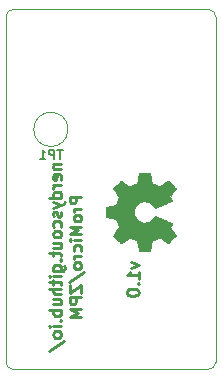
<source format=gbr>
%TF.GenerationSoftware,KiCad,Pcbnew,5.1.6+dfsg1-1~bpo10+1*%
%TF.CreationDate,Date%
%TF.ProjectId,ProMicro_ZPM,50726f4d-6963-4726-9f5f-5a504d2e6b69,v1.0*%
%TF.SameCoordinates,Original*%
%TF.FileFunction,Legend,Bot*%
%TF.FilePolarity,Positive*%
%FSLAX45Y45*%
G04 Gerber Fmt 4.5, Leading zero omitted, Abs format (unit mm)*
G04 Created by KiCad*
%MOMM*%
%LPD*%
G01*
G04 APERTURE LIST*
%ADD10C,0.250000*%
%ADD11C,0.220000*%
%TA.AperFunction,Profile*%
%ADD12C,0.100000*%
%TD*%
%ADD13C,0.010000*%
%ADD14C,0.120000*%
%ADD15C,0.200000*%
%ADD16C,2.500000*%
%ADD17C,2.100000*%
%ADD18R,2.100000X2.100000*%
%ADD19O,1.600000X1.600000*%
%ADD20R,1.600000X1.600000*%
G04 APERTURE END LIST*
D10*
X931071Y777857D02*
X997738Y754048D01*
X931071Y730238D01*
X997738Y639762D02*
X997738Y696905D01*
X997738Y668333D02*
X897738Y668333D01*
X912024Y677857D01*
X921548Y687381D01*
X926309Y696905D01*
X988214Y596905D02*
X992976Y592143D01*
X997738Y596905D01*
X992976Y601667D01*
X988214Y596905D01*
X997738Y596905D01*
X897738Y530238D02*
X897738Y520714D01*
X902500Y511190D01*
X907262Y506429D01*
X916786Y501667D01*
X935833Y496905D01*
X959643Y496905D01*
X978690Y501667D01*
X988214Y506429D01*
X992976Y511190D01*
X997738Y520714D01*
X997738Y530238D01*
X992976Y539762D01*
X988214Y544524D01*
X978690Y549286D01*
X959643Y554048D01*
X935833Y554048D01*
X916786Y549286D01*
X907262Y544524D01*
X902500Y539762D01*
X897738Y530238D01*
D11*
X273571Y1608833D02*
X340238Y1608833D01*
X283095Y1608833D02*
X278333Y1604071D01*
X273571Y1594548D01*
X273571Y1580262D01*
X278333Y1570738D01*
X287857Y1565976D01*
X340238Y1565976D01*
X335476Y1480262D02*
X340238Y1489786D01*
X340238Y1508833D01*
X335476Y1518357D01*
X325952Y1523119D01*
X287857Y1523119D01*
X278333Y1518357D01*
X273571Y1508833D01*
X273571Y1489786D01*
X278333Y1480262D01*
X287857Y1475500D01*
X297381Y1475500D01*
X306905Y1523119D01*
X340238Y1432643D02*
X273571Y1432643D01*
X292619Y1432643D02*
X283095Y1427881D01*
X278333Y1423119D01*
X273571Y1413595D01*
X273571Y1404071D01*
X340238Y1327881D02*
X240238Y1327881D01*
X335476Y1327881D02*
X340238Y1337405D01*
X340238Y1356452D01*
X335476Y1365976D01*
X330714Y1370738D01*
X321190Y1375500D01*
X292619Y1375500D01*
X283095Y1370738D01*
X278333Y1365976D01*
X273571Y1356452D01*
X273571Y1337405D01*
X278333Y1327881D01*
X273571Y1289786D02*
X340238Y1265976D01*
X273571Y1242167D02*
X340238Y1265976D01*
X364048Y1275500D01*
X368809Y1280262D01*
X373571Y1289786D01*
X335476Y1208833D02*
X340238Y1199310D01*
X340238Y1180262D01*
X335476Y1170738D01*
X325952Y1165976D01*
X321190Y1165976D01*
X311667Y1170738D01*
X306905Y1180262D01*
X306905Y1194548D01*
X302143Y1204072D01*
X292619Y1208833D01*
X287857Y1208833D01*
X278333Y1204072D01*
X273571Y1194548D01*
X273571Y1180262D01*
X278333Y1170738D01*
X335476Y1080262D02*
X340238Y1089786D01*
X340238Y1108833D01*
X335476Y1118357D01*
X330714Y1123119D01*
X321190Y1127881D01*
X292619Y1127881D01*
X283095Y1123119D01*
X278333Y1118357D01*
X273571Y1108833D01*
X273571Y1089786D01*
X278333Y1080262D01*
X340238Y1023119D02*
X335476Y1032643D01*
X330714Y1037405D01*
X321190Y1042167D01*
X292619Y1042167D01*
X283095Y1037405D01*
X278333Y1032643D01*
X273571Y1023119D01*
X273571Y1008833D01*
X278333Y999310D01*
X283095Y994548D01*
X292619Y989786D01*
X321190Y989786D01*
X330714Y994548D01*
X335476Y999310D01*
X340238Y1008833D01*
X340238Y1023119D01*
X273571Y904071D02*
X340238Y904071D01*
X273571Y946929D02*
X325952Y946929D01*
X335476Y942167D01*
X340238Y932643D01*
X340238Y918357D01*
X335476Y908833D01*
X330714Y904071D01*
X273571Y870738D02*
X273571Y832643D01*
X240238Y856452D02*
X325952Y856452D01*
X335476Y851690D01*
X340238Y842167D01*
X340238Y832643D01*
X330714Y799310D02*
X335476Y794548D01*
X340238Y799310D01*
X335476Y804071D01*
X330714Y799310D01*
X340238Y799310D01*
X273571Y708833D02*
X354524Y708833D01*
X364048Y713595D01*
X368809Y718357D01*
X373571Y727881D01*
X373571Y742167D01*
X368809Y751690D01*
X335476Y708833D02*
X340238Y718357D01*
X340238Y737405D01*
X335476Y746929D01*
X330714Y751690D01*
X321190Y756452D01*
X292619Y756452D01*
X283095Y751690D01*
X278333Y746929D01*
X273571Y737405D01*
X273571Y718357D01*
X278333Y708833D01*
X340238Y661214D02*
X273571Y661214D01*
X240238Y661214D02*
X245000Y665976D01*
X249762Y661214D01*
X245000Y656452D01*
X240238Y661214D01*
X249762Y661214D01*
X273571Y627881D02*
X273571Y589786D01*
X240238Y613595D02*
X325952Y613595D01*
X335476Y608833D01*
X340238Y599310D01*
X340238Y589786D01*
X340238Y556452D02*
X240238Y556452D01*
X340238Y513595D02*
X287857Y513595D01*
X278333Y518357D01*
X273571Y527881D01*
X273571Y542167D01*
X278333Y551691D01*
X283095Y556452D01*
X273571Y423119D02*
X340238Y423119D01*
X273571Y465976D02*
X325952Y465976D01*
X335476Y461214D01*
X340238Y451690D01*
X340238Y437405D01*
X335476Y427881D01*
X330714Y423119D01*
X340238Y375500D02*
X240238Y375500D01*
X278333Y375500D02*
X273571Y365976D01*
X273571Y346929D01*
X278333Y337405D01*
X283095Y332643D01*
X292619Y327881D01*
X321190Y327881D01*
X330714Y332643D01*
X335476Y337405D01*
X340238Y346929D01*
X340238Y365976D01*
X335476Y375500D01*
X330714Y285024D02*
X335476Y280262D01*
X340238Y285024D01*
X335476Y289786D01*
X330714Y285024D01*
X340238Y285024D01*
X340238Y237405D02*
X273571Y237405D01*
X240238Y237405D02*
X245000Y242167D01*
X249762Y237405D01*
X245000Y232643D01*
X240238Y237405D01*
X249762Y237405D01*
X340238Y175500D02*
X335476Y185024D01*
X330714Y189786D01*
X321190Y194548D01*
X292619Y194548D01*
X283095Y189786D01*
X278333Y185024D01*
X273571Y175500D01*
X273571Y161214D01*
X278333Y151691D01*
X283095Y146929D01*
X292619Y142167D01*
X321190Y142167D01*
X330714Y146929D01*
X335476Y151691D01*
X340238Y161214D01*
X340238Y175500D01*
X235476Y27881D02*
X364048Y113595D01*
X512238Y1335024D02*
X412238Y1335024D01*
X412238Y1296929D01*
X417000Y1287405D01*
X421762Y1282643D01*
X431286Y1277881D01*
X445571Y1277881D01*
X455095Y1282643D01*
X459857Y1287405D01*
X464619Y1296929D01*
X464619Y1335024D01*
X512238Y1235024D02*
X445571Y1235024D01*
X464619Y1235024D02*
X455095Y1230262D01*
X450333Y1225500D01*
X445571Y1215976D01*
X445571Y1206452D01*
X512238Y1158833D02*
X507476Y1168357D01*
X502714Y1173119D01*
X493190Y1177881D01*
X464619Y1177881D01*
X455095Y1173119D01*
X450333Y1168357D01*
X445571Y1158833D01*
X445571Y1144548D01*
X450333Y1135024D01*
X455095Y1130262D01*
X464619Y1125500D01*
X493190Y1125500D01*
X502714Y1130262D01*
X507476Y1135024D01*
X512238Y1144548D01*
X512238Y1158833D01*
X512238Y1082643D02*
X412238Y1082643D01*
X483667Y1049310D01*
X412238Y1015976D01*
X512238Y1015976D01*
X512238Y968357D02*
X445571Y968357D01*
X412238Y968357D02*
X417000Y973119D01*
X421762Y968357D01*
X417000Y963595D01*
X412238Y968357D01*
X421762Y968357D01*
X507476Y877881D02*
X512238Y887405D01*
X512238Y906452D01*
X507476Y915976D01*
X502714Y920738D01*
X493190Y925500D01*
X464619Y925500D01*
X455095Y920738D01*
X450333Y915976D01*
X445571Y906452D01*
X445571Y887405D01*
X450333Y877881D01*
X512238Y835024D02*
X445571Y835024D01*
X464619Y835024D02*
X455095Y830262D01*
X450333Y825500D01*
X445571Y815976D01*
X445571Y806452D01*
X512238Y758833D02*
X507476Y768357D01*
X502714Y773119D01*
X493190Y777881D01*
X464619Y777881D01*
X455095Y773119D01*
X450333Y768357D01*
X445571Y758833D01*
X445571Y744548D01*
X450333Y735024D01*
X455095Y730262D01*
X464619Y725500D01*
X493190Y725500D01*
X502714Y730262D01*
X507476Y735024D01*
X512238Y744548D01*
X512238Y758833D01*
X407476Y611214D02*
X536048Y696929D01*
X412238Y587405D02*
X412238Y520738D01*
X512238Y587405D01*
X512238Y520738D01*
X512238Y482643D02*
X412238Y482643D01*
X412238Y444548D01*
X417000Y435024D01*
X421762Y430262D01*
X431286Y425500D01*
X445571Y425500D01*
X455095Y430262D01*
X459857Y435024D01*
X464619Y444548D01*
X464619Y482643D01*
X512238Y382643D02*
X412238Y382643D01*
X483667Y349310D01*
X412238Y315976D01*
X512238Y315976D01*
D12*
X-63500Y-127000D02*
G75*
G02*
X-127000Y-63500I0J63500D01*
G01*
X1651000Y-63500D02*
G75*
G02*
X1587500Y-127000I-63500J0D01*
G01*
X1587500Y2921000D02*
G75*
G02*
X1651000Y2857500I0J-63500D01*
G01*
X-127000Y2857500D02*
G75*
G02*
X-63500Y2921000I63500J0D01*
G01*
X-127000Y-63500D02*
X-127000Y2857500D01*
X1587500Y-127000D02*
X-63500Y-127000D01*
X1651000Y2857500D02*
X1651000Y-63500D01*
X-63500Y2921000D02*
X1587500Y2921000D01*
D13*
G36*
X762893Y1150919D02*
G01*
X807355Y1142537D01*
X820105Y1111608D01*
X832855Y1080679D01*
X807625Y1043575D01*
X800600Y1033184D01*
X794327Y1023791D01*
X789094Y1015835D01*
X785186Y1009753D01*
X782889Y1005984D01*
X782394Y1004958D01*
X783668Y1003109D01*
X787188Y999158D01*
X792506Y993548D01*
X799172Y986721D01*
X806735Y979121D01*
X814747Y971191D01*
X822757Y963372D01*
X830316Y956109D01*
X836974Y949844D01*
X842282Y945020D01*
X845789Y942079D01*
X846962Y941376D01*
X849126Y942388D01*
X853866Y945224D01*
X860719Y949587D01*
X869221Y955178D01*
X878909Y961699D01*
X884435Y965478D01*
X894525Y972366D01*
X903630Y978486D01*
X911297Y983542D01*
X917073Y987237D01*
X920504Y989274D01*
X921225Y989580D01*
X923275Y988886D01*
X928051Y986995D01*
X934883Y984191D01*
X943099Y980761D01*
X952027Y976989D01*
X960996Y973161D01*
X969334Y969563D01*
X976369Y966479D01*
X981431Y964196D01*
X983847Y962998D01*
X983942Y962928D01*
X984404Y961047D01*
X985433Y956038D01*
X986929Y948421D01*
X988790Y938713D01*
X990916Y927436D01*
X992142Y920856D01*
X994436Y908805D01*
X996619Y897920D01*
X998572Y888752D01*
X1000175Y881852D01*
X1001308Y877770D01*
X1001667Y876949D01*
X1004101Y876145D01*
X1009596Y875497D01*
X1017511Y875003D01*
X1027203Y874664D01*
X1038029Y874478D01*
X1049347Y874446D01*
X1060514Y874567D01*
X1070887Y874841D01*
X1079824Y875267D01*
X1086683Y875844D01*
X1090820Y876573D01*
X1091681Y877010D01*
X1092713Y879624D01*
X1094189Y885161D01*
X1095935Y892889D01*
X1097778Y902077D01*
X1098374Y905284D01*
X1101207Y920748D01*
X1103488Y932962D01*
X1105308Y942333D01*
X1106758Y949262D01*
X1107929Y954153D01*
X1108912Y957410D01*
X1109796Y959437D01*
X1110672Y960637D01*
X1110846Y960805D01*
X1113637Y962482D01*
X1119070Y965039D01*
X1126478Y968221D01*
X1135197Y971774D01*
X1144561Y975442D01*
X1153905Y978969D01*
X1162565Y982100D01*
X1169874Y984581D01*
X1175168Y986155D01*
X1177781Y986567D01*
X1177873Y986532D01*
X1180009Y985136D01*
X1184708Y981968D01*
X1191483Y977361D01*
X1199842Y971648D01*
X1209298Y965163D01*
X1211985Y963316D01*
X1221728Y956730D01*
X1230616Y950935D01*
X1238141Y946246D01*
X1243792Y942979D01*
X1247058Y941450D01*
X1247459Y941376D01*
X1249568Y942661D01*
X1253746Y946211D01*
X1259545Y951571D01*
X1266514Y958283D01*
X1274205Y965891D01*
X1282168Y973940D01*
X1289956Y981971D01*
X1297119Y989530D01*
X1303207Y996159D01*
X1307772Y1001403D01*
X1310365Y1004804D01*
X1310788Y1005745D01*
X1309791Y1007936D01*
X1307102Y1012420D01*
X1303174Y1018468D01*
X1300012Y1023121D01*
X1294210Y1031552D01*
X1287378Y1041537D01*
X1280558Y1051553D01*
X1276908Y1056937D01*
X1264580Y1075163D01*
X1272852Y1090462D01*
X1276476Y1097432D01*
X1279293Y1103359D01*
X1280899Y1107369D01*
X1281123Y1108390D01*
X1279472Y1109617D01*
X1274808Y1112039D01*
X1267561Y1115474D01*
X1258161Y1119741D01*
X1247037Y1124661D01*
X1234622Y1130051D01*
X1221343Y1135732D01*
X1207633Y1141522D01*
X1193920Y1147241D01*
X1180636Y1152708D01*
X1168210Y1157742D01*
X1157073Y1162162D01*
X1147654Y1165788D01*
X1140384Y1168439D01*
X1135694Y1169934D01*
X1134083Y1170175D01*
X1132029Y1168269D01*
X1128693Y1164096D01*
X1124770Y1158529D01*
X1124460Y1158062D01*
X1112942Y1143674D01*
X1099505Y1132072D01*
X1084578Y1123357D01*
X1068591Y1117630D01*
X1051974Y1114991D01*
X1035155Y1115542D01*
X1018565Y1119381D01*
X1002634Y1126611D01*
X999149Y1128737D01*
X985074Y1139800D01*
X973771Y1152870D01*
X965300Y1167494D01*
X959719Y1183219D01*
X957087Y1199594D01*
X957463Y1216167D01*
X960905Y1232484D01*
X967472Y1248094D01*
X977223Y1262543D01*
X981181Y1267013D01*
X993570Y1278389D01*
X1006612Y1286678D01*
X1021231Y1292364D01*
X1035709Y1295531D01*
X1051986Y1296313D01*
X1068344Y1293706D01*
X1084230Y1287976D01*
X1099091Y1279386D01*
X1112374Y1268201D01*
X1123526Y1254688D01*
X1124701Y1252912D01*
X1128551Y1247285D01*
X1131886Y1243008D01*
X1134016Y1240963D01*
X1134083Y1240933D01*
X1136387Y1241372D01*
X1141616Y1243112D01*
X1149339Y1245973D01*
X1159127Y1249774D01*
X1170549Y1254333D01*
X1183176Y1259470D01*
X1196577Y1265004D01*
X1210322Y1270754D01*
X1223981Y1276540D01*
X1237124Y1282180D01*
X1249321Y1287494D01*
X1260141Y1292301D01*
X1269155Y1296420D01*
X1275932Y1299670D01*
X1280043Y1301870D01*
X1281123Y1302756D01*
X1280282Y1305464D01*
X1278027Y1310530D01*
X1274761Y1317082D01*
X1272852Y1320684D01*
X1264580Y1335983D01*
X1276908Y1354209D01*
X1283223Y1363513D01*
X1290173Y1373699D01*
X1296717Y1383244D01*
X1300012Y1388025D01*
X1304527Y1394750D01*
X1308106Y1400444D01*
X1310294Y1404365D01*
X1310756Y1405638D01*
X1309509Y1407492D01*
X1306025Y1411594D01*
X1300668Y1417547D01*
X1293798Y1424954D01*
X1285778Y1433416D01*
X1280629Y1438768D01*
X1271429Y1448132D01*
X1263200Y1456224D01*
X1256295Y1462718D01*
X1251064Y1467286D01*
X1247862Y1469601D01*
X1247212Y1469823D01*
X1244739Y1468792D01*
X1239741Y1465944D01*
X1232721Y1461594D01*
X1224188Y1456058D01*
X1214646Y1449652D01*
X1211985Y1447830D01*
X1202317Y1441193D01*
X1193612Y1435238D01*
X1186360Y1430298D01*
X1181049Y1426707D01*
X1178170Y1424798D01*
X1177873Y1424614D01*
X1175578Y1424889D01*
X1170534Y1426354D01*
X1163404Y1428751D01*
X1154855Y1431827D01*
X1145551Y1435324D01*
X1136157Y1438989D01*
X1127340Y1442566D01*
X1119763Y1445799D01*
X1114093Y1448434D01*
X1110994Y1450214D01*
X1110846Y1450341D01*
X1109960Y1451429D01*
X1109084Y1453268D01*
X1108128Y1456261D01*
X1107000Y1460810D01*
X1105609Y1467321D01*
X1103866Y1476196D01*
X1101680Y1487839D01*
X1098959Y1502654D01*
X1098374Y1505862D01*
X1096537Y1515369D01*
X1094741Y1523656D01*
X1093157Y1529993D01*
X1091960Y1533646D01*
X1091681Y1534136D01*
X1089207Y1534943D01*
X1083679Y1535599D01*
X1075739Y1536103D01*
X1066030Y1536456D01*
X1055194Y1536656D01*
X1043874Y1536704D01*
X1032713Y1536598D01*
X1022353Y1536338D01*
X1013437Y1535925D01*
X1006607Y1535356D01*
X1002507Y1534633D01*
X1001667Y1534197D01*
X1000821Y1531770D01*
X999443Y1526243D01*
X997655Y1518166D01*
X995575Y1508091D01*
X993322Y1496568D01*
X992142Y1490290D01*
X989915Y1478379D01*
X987898Y1467756D01*
X986191Y1458943D01*
X984897Y1452457D01*
X984115Y1448817D01*
X983942Y1448218D01*
X981989Y1447206D01*
X977284Y1445066D01*
X970500Y1442084D01*
X962309Y1438544D01*
X953383Y1434733D01*
X944393Y1430935D01*
X936013Y1427436D01*
X928915Y1424521D01*
X923769Y1422474D01*
X921250Y1421582D01*
X921140Y1421566D01*
X919152Y1422577D01*
X914578Y1425412D01*
X907872Y1429772D01*
X899488Y1435361D01*
X889883Y1441879D01*
X884365Y1445668D01*
X874248Y1452572D01*
X865063Y1458705D01*
X857274Y1463766D01*
X851347Y1467457D01*
X847745Y1469478D01*
X846938Y1469770D01*
X845058Y1468515D01*
X841046Y1465046D01*
X835349Y1459806D01*
X828418Y1453238D01*
X820703Y1445786D01*
X812652Y1437891D01*
X804716Y1429998D01*
X797344Y1422550D01*
X790985Y1415989D01*
X786089Y1410760D01*
X783106Y1407304D01*
X782394Y1406148D01*
X783395Y1404265D01*
X786208Y1399763D01*
X790545Y1393079D01*
X796122Y1384650D01*
X802651Y1374914D01*
X807625Y1367571D01*
X832855Y1330467D01*
X807355Y1268610D01*
X762893Y1260228D01*
X718431Y1251845D01*
X718431Y1159301D01*
X762893Y1150919D01*
G37*
X762893Y1150919D02*
X807355Y1142537D01*
X820105Y1111608D01*
X832855Y1080679D01*
X807625Y1043575D01*
X800600Y1033184D01*
X794327Y1023791D01*
X789094Y1015835D01*
X785186Y1009753D01*
X782889Y1005984D01*
X782394Y1004958D01*
X783668Y1003109D01*
X787188Y999158D01*
X792506Y993548D01*
X799172Y986721D01*
X806735Y979121D01*
X814747Y971191D01*
X822757Y963372D01*
X830316Y956109D01*
X836974Y949844D01*
X842282Y945020D01*
X845789Y942079D01*
X846962Y941376D01*
X849126Y942388D01*
X853866Y945224D01*
X860719Y949587D01*
X869221Y955178D01*
X878909Y961699D01*
X884435Y965478D01*
X894525Y972366D01*
X903630Y978486D01*
X911297Y983542D01*
X917073Y987237D01*
X920504Y989274D01*
X921225Y989580D01*
X923275Y988886D01*
X928051Y986995D01*
X934883Y984191D01*
X943099Y980761D01*
X952027Y976989D01*
X960996Y973161D01*
X969334Y969563D01*
X976369Y966479D01*
X981431Y964196D01*
X983847Y962998D01*
X983942Y962928D01*
X984404Y961047D01*
X985433Y956038D01*
X986929Y948421D01*
X988790Y938713D01*
X990916Y927436D01*
X992142Y920856D01*
X994436Y908805D01*
X996619Y897920D01*
X998572Y888752D01*
X1000175Y881852D01*
X1001308Y877770D01*
X1001667Y876949D01*
X1004101Y876145D01*
X1009596Y875497D01*
X1017511Y875003D01*
X1027203Y874664D01*
X1038029Y874478D01*
X1049347Y874446D01*
X1060514Y874567D01*
X1070887Y874841D01*
X1079824Y875267D01*
X1086683Y875844D01*
X1090820Y876573D01*
X1091681Y877010D01*
X1092713Y879624D01*
X1094189Y885161D01*
X1095935Y892889D01*
X1097778Y902077D01*
X1098374Y905284D01*
X1101207Y920748D01*
X1103488Y932962D01*
X1105308Y942333D01*
X1106758Y949262D01*
X1107929Y954153D01*
X1108912Y957410D01*
X1109796Y959437D01*
X1110672Y960637D01*
X1110846Y960805D01*
X1113637Y962482D01*
X1119070Y965039D01*
X1126478Y968221D01*
X1135197Y971774D01*
X1144561Y975442D01*
X1153905Y978969D01*
X1162565Y982100D01*
X1169874Y984581D01*
X1175168Y986155D01*
X1177781Y986567D01*
X1177873Y986532D01*
X1180009Y985136D01*
X1184708Y981968D01*
X1191483Y977361D01*
X1199842Y971648D01*
X1209298Y965163D01*
X1211985Y963316D01*
X1221728Y956730D01*
X1230616Y950935D01*
X1238141Y946246D01*
X1243792Y942979D01*
X1247058Y941450D01*
X1247459Y941376D01*
X1249568Y942661D01*
X1253746Y946211D01*
X1259545Y951571D01*
X1266514Y958283D01*
X1274205Y965891D01*
X1282168Y973940D01*
X1289956Y981971D01*
X1297119Y989530D01*
X1303207Y996159D01*
X1307772Y1001403D01*
X1310365Y1004804D01*
X1310788Y1005745D01*
X1309791Y1007936D01*
X1307102Y1012420D01*
X1303174Y1018468D01*
X1300012Y1023121D01*
X1294210Y1031552D01*
X1287378Y1041537D01*
X1280558Y1051553D01*
X1276908Y1056937D01*
X1264580Y1075163D01*
X1272852Y1090462D01*
X1276476Y1097432D01*
X1279293Y1103359D01*
X1280899Y1107369D01*
X1281123Y1108390D01*
X1279472Y1109617D01*
X1274808Y1112039D01*
X1267561Y1115474D01*
X1258161Y1119741D01*
X1247037Y1124661D01*
X1234622Y1130051D01*
X1221343Y1135732D01*
X1207633Y1141522D01*
X1193920Y1147241D01*
X1180636Y1152708D01*
X1168210Y1157742D01*
X1157073Y1162162D01*
X1147654Y1165788D01*
X1140384Y1168439D01*
X1135694Y1169934D01*
X1134083Y1170175D01*
X1132029Y1168269D01*
X1128693Y1164096D01*
X1124770Y1158529D01*
X1124460Y1158062D01*
X1112942Y1143674D01*
X1099505Y1132072D01*
X1084578Y1123357D01*
X1068591Y1117630D01*
X1051974Y1114991D01*
X1035155Y1115542D01*
X1018565Y1119381D01*
X1002634Y1126611D01*
X999149Y1128737D01*
X985074Y1139800D01*
X973771Y1152870D01*
X965300Y1167494D01*
X959719Y1183219D01*
X957087Y1199594D01*
X957463Y1216167D01*
X960905Y1232484D01*
X967472Y1248094D01*
X977223Y1262543D01*
X981181Y1267013D01*
X993570Y1278389D01*
X1006612Y1286678D01*
X1021231Y1292364D01*
X1035709Y1295531D01*
X1051986Y1296313D01*
X1068344Y1293706D01*
X1084230Y1287976D01*
X1099091Y1279386D01*
X1112374Y1268201D01*
X1123526Y1254688D01*
X1124701Y1252912D01*
X1128551Y1247285D01*
X1131886Y1243008D01*
X1134016Y1240963D01*
X1134083Y1240933D01*
X1136387Y1241372D01*
X1141616Y1243112D01*
X1149339Y1245973D01*
X1159127Y1249774D01*
X1170549Y1254333D01*
X1183176Y1259470D01*
X1196577Y1265004D01*
X1210322Y1270754D01*
X1223981Y1276540D01*
X1237124Y1282180D01*
X1249321Y1287494D01*
X1260141Y1292301D01*
X1269155Y1296420D01*
X1275932Y1299670D01*
X1280043Y1301870D01*
X1281123Y1302756D01*
X1280282Y1305464D01*
X1278027Y1310530D01*
X1274761Y1317082D01*
X1272852Y1320684D01*
X1264580Y1335983D01*
X1276908Y1354209D01*
X1283223Y1363513D01*
X1290173Y1373699D01*
X1296717Y1383244D01*
X1300012Y1388025D01*
X1304527Y1394750D01*
X1308106Y1400444D01*
X1310294Y1404365D01*
X1310756Y1405638D01*
X1309509Y1407492D01*
X1306025Y1411594D01*
X1300668Y1417547D01*
X1293798Y1424954D01*
X1285778Y1433416D01*
X1280629Y1438768D01*
X1271429Y1448132D01*
X1263200Y1456224D01*
X1256295Y1462718D01*
X1251064Y1467286D01*
X1247862Y1469601D01*
X1247212Y1469823D01*
X1244739Y1468792D01*
X1239741Y1465944D01*
X1232721Y1461594D01*
X1224188Y1456058D01*
X1214646Y1449652D01*
X1211985Y1447830D01*
X1202317Y1441193D01*
X1193612Y1435238D01*
X1186360Y1430298D01*
X1181049Y1426707D01*
X1178170Y1424798D01*
X1177873Y1424614D01*
X1175578Y1424889D01*
X1170534Y1426354D01*
X1163404Y1428751D01*
X1154855Y1431827D01*
X1145551Y1435324D01*
X1136157Y1438989D01*
X1127340Y1442566D01*
X1119763Y1445799D01*
X1114093Y1448434D01*
X1110994Y1450214D01*
X1110846Y1450341D01*
X1109960Y1451429D01*
X1109084Y1453268D01*
X1108128Y1456261D01*
X1107000Y1460810D01*
X1105609Y1467321D01*
X1103866Y1476196D01*
X1101680Y1487839D01*
X1098959Y1502654D01*
X1098374Y1505862D01*
X1096537Y1515369D01*
X1094741Y1523656D01*
X1093157Y1529993D01*
X1091960Y1533646D01*
X1091681Y1534136D01*
X1089207Y1534943D01*
X1083679Y1535599D01*
X1075739Y1536103D01*
X1066030Y1536456D01*
X1055194Y1536656D01*
X1043874Y1536704D01*
X1032713Y1536598D01*
X1022353Y1536338D01*
X1013437Y1535925D01*
X1006607Y1535356D01*
X1002507Y1534633D01*
X1001667Y1534197D01*
X1000821Y1531770D01*
X999443Y1526243D01*
X997655Y1518166D01*
X995575Y1508091D01*
X993322Y1496568D01*
X992142Y1490290D01*
X989915Y1478379D01*
X987898Y1467756D01*
X986191Y1458943D01*
X984897Y1452457D01*
X984115Y1448817D01*
X983942Y1448218D01*
X981989Y1447206D01*
X977284Y1445066D01*
X970500Y1442084D01*
X962309Y1438544D01*
X953383Y1434733D01*
X944393Y1430935D01*
X936013Y1427436D01*
X928915Y1424521D01*
X923769Y1422474D01*
X921250Y1421582D01*
X921140Y1421566D01*
X919152Y1422577D01*
X914578Y1425412D01*
X907872Y1429772D01*
X899488Y1435361D01*
X889883Y1441879D01*
X884365Y1445668D01*
X874248Y1452572D01*
X865063Y1458705D01*
X857274Y1463766D01*
X851347Y1467457D01*
X847745Y1469478D01*
X846938Y1469770D01*
X845058Y1468515D01*
X841046Y1465046D01*
X835349Y1459806D01*
X828418Y1453238D01*
X820703Y1445786D01*
X812652Y1437891D01*
X804716Y1429998D01*
X797344Y1422550D01*
X790985Y1415989D01*
X786089Y1410760D01*
X783106Y1407304D01*
X782394Y1406148D01*
X783395Y1404265D01*
X786208Y1399763D01*
X790545Y1393079D01*
X796122Y1384650D01*
X802651Y1374914D01*
X807625Y1367571D01*
X832855Y1330467D01*
X807355Y1268610D01*
X762893Y1260228D01*
X718431Y1251845D01*
X718431Y1159301D01*
X762893Y1150919D01*
D14*
X399000Y1905000D02*
G75*
G03*
X399000Y1905000I-145000J0D01*
G01*
D15*
X354952Y1734010D02*
X309238Y1734010D01*
X332095Y1654010D02*
X332095Y1734010D01*
X282571Y1654010D02*
X282571Y1734010D01*
X252095Y1734010D01*
X244476Y1730200D01*
X240667Y1726390D01*
X236857Y1718771D01*
X236857Y1707343D01*
X240667Y1699724D01*
X244476Y1695914D01*
X252095Y1692105D01*
X282571Y1692105D01*
X160667Y1654010D02*
X206381Y1654010D01*
X183524Y1654010D02*
X183524Y1734010D01*
X191143Y1722581D01*
X198762Y1714962D01*
X206381Y1711152D01*
%LPC*%
D16*
X254000Y1905000D03*
D17*
X1270000Y2540000D03*
X1016000Y2540000D03*
X762000Y2540000D03*
X508000Y2540000D03*
D18*
X254000Y2540000D03*
D19*
X0Y0D03*
X0Y254000D03*
X0Y508000D03*
X1524000Y2794000D03*
X0Y762000D03*
X1524000Y2540000D03*
X0Y1016000D03*
X1524000Y2286000D03*
X0Y1270000D03*
X1524000Y2032000D03*
X0Y1524000D03*
X1524000Y1778000D03*
X0Y1778000D03*
X1524000Y1524000D03*
X0Y2032000D03*
X1524000Y1270000D03*
X0Y2286000D03*
X1524000Y1016000D03*
X0Y2540000D03*
X1524000Y762000D03*
X0Y2794000D03*
X1524000Y508000D03*
X1524000Y254000D03*
D20*
X1524000Y0D03*
M02*

</source>
